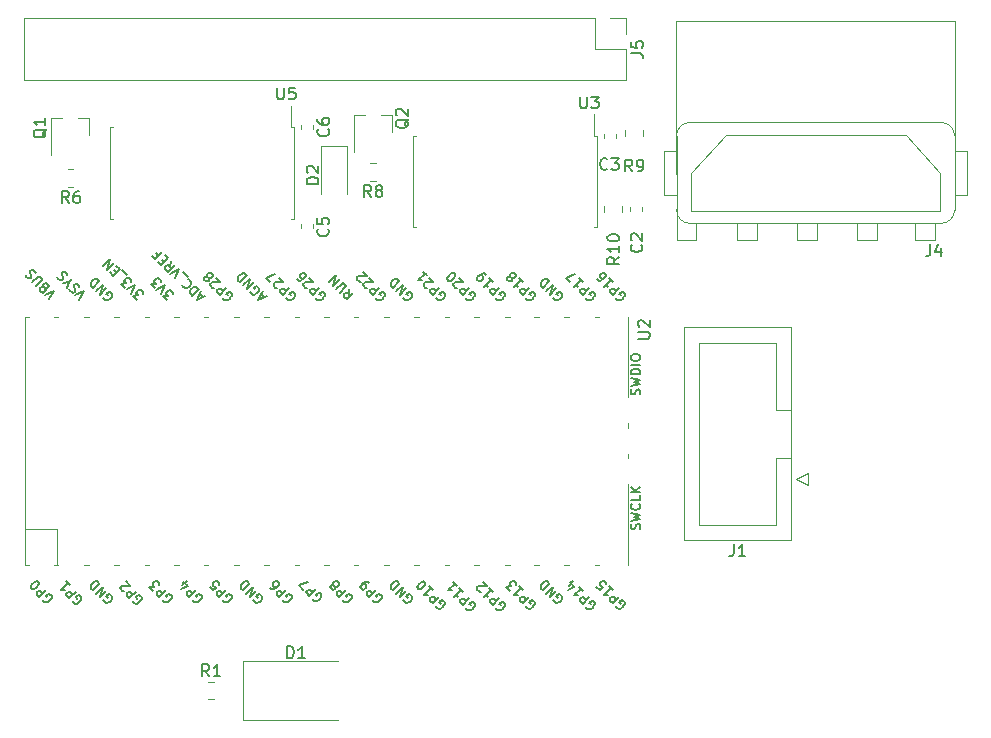
<source format=gbr>
%TF.GenerationSoftware,KiCad,Pcbnew,(6.0.1)*%
%TF.CreationDate,2022-03-24T11:58:16-04:00*%
%TF.ProjectId,FDC,4644432e-6b69-4636-9164-5f7063625858,rev?*%
%TF.SameCoordinates,Original*%
%TF.FileFunction,Legend,Top*%
%TF.FilePolarity,Positive*%
%FSLAX46Y46*%
G04 Gerber Fmt 4.6, Leading zero omitted, Abs format (unit mm)*
G04 Created by KiCad (PCBNEW (6.0.1)) date 2022-03-24 11:58:16*
%MOMM*%
%LPD*%
G01*
G04 APERTURE LIST*
%ADD10C,0.150000*%
%ADD11C,0.120000*%
G04 APERTURE END LIST*
D10*
%TO.C,U3*%
X159766095Y-65746380D02*
X159766095Y-66555904D01*
X159813714Y-66651142D01*
X159861333Y-66698761D01*
X159956571Y-66746380D01*
X160147047Y-66746380D01*
X160242285Y-66698761D01*
X160289904Y-66651142D01*
X160337523Y-66555904D01*
X160337523Y-65746380D01*
X160718476Y-65746380D02*
X161337523Y-65746380D01*
X161004190Y-66127333D01*
X161147047Y-66127333D01*
X161242285Y-66174952D01*
X161289904Y-66222571D01*
X161337523Y-66317809D01*
X161337523Y-66555904D01*
X161289904Y-66651142D01*
X161242285Y-66698761D01*
X161147047Y-66746380D01*
X160861333Y-66746380D01*
X160766095Y-66698761D01*
X160718476Y-66651142D01*
%TO.C,Q1*%
X114593619Y-68484738D02*
X114546000Y-68579976D01*
X114450761Y-68675214D01*
X114307904Y-68818071D01*
X114260285Y-68913309D01*
X114260285Y-69008547D01*
X114498380Y-68960928D02*
X114450761Y-69056166D01*
X114355523Y-69151404D01*
X114165047Y-69199023D01*
X113831714Y-69199023D01*
X113641238Y-69151404D01*
X113546000Y-69056166D01*
X113498380Y-68960928D01*
X113498380Y-68770452D01*
X113546000Y-68675214D01*
X113641238Y-68579976D01*
X113831714Y-68532357D01*
X114165047Y-68532357D01*
X114355523Y-68579976D01*
X114450761Y-68675214D01*
X114498380Y-68770452D01*
X114498380Y-68960928D01*
X114498380Y-67579976D02*
X114498380Y-68151404D01*
X114498380Y-67865690D02*
X113498380Y-67865690D01*
X113641238Y-67960928D01*
X113736476Y-68056166D01*
X113784095Y-68151404D01*
%TO.C,R6*%
X116482833Y-74746380D02*
X116149500Y-74270190D01*
X115911404Y-74746380D02*
X115911404Y-73746380D01*
X116292357Y-73746380D01*
X116387595Y-73794000D01*
X116435214Y-73841619D01*
X116482833Y-73936857D01*
X116482833Y-74079714D01*
X116435214Y-74174952D01*
X116387595Y-74222571D01*
X116292357Y-74270190D01*
X115911404Y-74270190D01*
X117339976Y-73746380D02*
X117149500Y-73746380D01*
X117054261Y-73794000D01*
X117006642Y-73841619D01*
X116911404Y-73984476D01*
X116863785Y-74174952D01*
X116863785Y-74555904D01*
X116911404Y-74651142D01*
X116959023Y-74698761D01*
X117054261Y-74746380D01*
X117244738Y-74746380D01*
X117339976Y-74698761D01*
X117387595Y-74651142D01*
X117435214Y-74555904D01*
X117435214Y-74317809D01*
X117387595Y-74222571D01*
X117339976Y-74174952D01*
X117244738Y-74127333D01*
X117054261Y-74127333D01*
X116959023Y-74174952D01*
X116911404Y-74222571D01*
X116863785Y-74317809D01*
%TO.C,R8*%
X142073333Y-74238380D02*
X141740000Y-73762190D01*
X141501904Y-74238380D02*
X141501904Y-73238380D01*
X141882857Y-73238380D01*
X141978095Y-73286000D01*
X142025714Y-73333619D01*
X142073333Y-73428857D01*
X142073333Y-73571714D01*
X142025714Y-73666952D01*
X141978095Y-73714571D01*
X141882857Y-73762190D01*
X141501904Y-73762190D01*
X142644761Y-73666952D02*
X142549523Y-73619333D01*
X142501904Y-73571714D01*
X142454285Y-73476476D01*
X142454285Y-73428857D01*
X142501904Y-73333619D01*
X142549523Y-73286000D01*
X142644761Y-73238380D01*
X142835238Y-73238380D01*
X142930476Y-73286000D01*
X142978095Y-73333619D01*
X143025714Y-73428857D01*
X143025714Y-73476476D01*
X142978095Y-73571714D01*
X142930476Y-73619333D01*
X142835238Y-73666952D01*
X142644761Y-73666952D01*
X142549523Y-73714571D01*
X142501904Y-73762190D01*
X142454285Y-73857428D01*
X142454285Y-74047904D01*
X142501904Y-74143142D01*
X142549523Y-74190761D01*
X142644761Y-74238380D01*
X142835238Y-74238380D01*
X142930476Y-74190761D01*
X142978095Y-74143142D01*
X143025714Y-74047904D01*
X143025714Y-73857428D01*
X142978095Y-73762190D01*
X142930476Y-73714571D01*
X142835238Y-73666952D01*
%TO.C,U5*%
X134112095Y-64984380D02*
X134112095Y-65793904D01*
X134159714Y-65889142D01*
X134207333Y-65936761D01*
X134302571Y-65984380D01*
X134493047Y-65984380D01*
X134588285Y-65936761D01*
X134635904Y-65889142D01*
X134683523Y-65793904D01*
X134683523Y-64984380D01*
X135635904Y-64984380D02*
X135159714Y-64984380D01*
X135112095Y-65460571D01*
X135159714Y-65412952D01*
X135254952Y-65365333D01*
X135493047Y-65365333D01*
X135588285Y-65412952D01*
X135635904Y-65460571D01*
X135683523Y-65555809D01*
X135683523Y-65793904D01*
X135635904Y-65889142D01*
X135588285Y-65936761D01*
X135493047Y-65984380D01*
X135254952Y-65984380D01*
X135159714Y-65936761D01*
X135112095Y-65889142D01*
%TO.C,Q2*%
X145264119Y-67659238D02*
X145216500Y-67754476D01*
X145121261Y-67849714D01*
X144978404Y-67992571D01*
X144930785Y-68087809D01*
X144930785Y-68183047D01*
X145168880Y-68135428D02*
X145121261Y-68230666D01*
X145026023Y-68325904D01*
X144835547Y-68373523D01*
X144502214Y-68373523D01*
X144311738Y-68325904D01*
X144216500Y-68230666D01*
X144168880Y-68135428D01*
X144168880Y-67944952D01*
X144216500Y-67849714D01*
X144311738Y-67754476D01*
X144502214Y-67706857D01*
X144835547Y-67706857D01*
X145026023Y-67754476D01*
X145121261Y-67849714D01*
X145168880Y-67944952D01*
X145168880Y-68135428D01*
X144264119Y-67325904D02*
X144216500Y-67278285D01*
X144168880Y-67183047D01*
X144168880Y-66944952D01*
X144216500Y-66849714D01*
X144264119Y-66802095D01*
X144359357Y-66754476D01*
X144454595Y-66754476D01*
X144597452Y-66802095D01*
X145168880Y-67373523D01*
X145168880Y-66754476D01*
%TO.C,R9*%
X164171333Y-72080380D02*
X163838000Y-71604190D01*
X163599904Y-72080380D02*
X163599904Y-71080380D01*
X163980857Y-71080380D01*
X164076095Y-71128000D01*
X164123714Y-71175619D01*
X164171333Y-71270857D01*
X164171333Y-71413714D01*
X164123714Y-71508952D01*
X164076095Y-71556571D01*
X163980857Y-71604190D01*
X163599904Y-71604190D01*
X164647523Y-72080380D02*
X164838000Y-72080380D01*
X164933238Y-72032761D01*
X164980857Y-71985142D01*
X165076095Y-71842285D01*
X165123714Y-71651809D01*
X165123714Y-71270857D01*
X165076095Y-71175619D01*
X165028476Y-71128000D01*
X164933238Y-71080380D01*
X164742761Y-71080380D01*
X164647523Y-71128000D01*
X164599904Y-71175619D01*
X164552285Y-71270857D01*
X164552285Y-71508952D01*
X164599904Y-71604190D01*
X164647523Y-71651809D01*
X164742761Y-71699428D01*
X164933238Y-71699428D01*
X165028476Y-71651809D01*
X165076095Y-71604190D01*
X165123714Y-71508952D01*
%TO.C,R10*%
X163075880Y-79319357D02*
X162599690Y-79652690D01*
X163075880Y-79890785D02*
X162075880Y-79890785D01*
X162075880Y-79509833D01*
X162123500Y-79414595D01*
X162171119Y-79366976D01*
X162266357Y-79319357D01*
X162409214Y-79319357D01*
X162504452Y-79366976D01*
X162552071Y-79414595D01*
X162599690Y-79509833D01*
X162599690Y-79890785D01*
X163075880Y-78366976D02*
X163075880Y-78938404D01*
X163075880Y-78652690D02*
X162075880Y-78652690D01*
X162218738Y-78747928D01*
X162313976Y-78843166D01*
X162361595Y-78938404D01*
X162075880Y-77747928D02*
X162075880Y-77652690D01*
X162123500Y-77557452D01*
X162171119Y-77509833D01*
X162266357Y-77462214D01*
X162456833Y-77414595D01*
X162694928Y-77414595D01*
X162885404Y-77462214D01*
X162980642Y-77509833D01*
X163028261Y-77557452D01*
X163075880Y-77652690D01*
X163075880Y-77747928D01*
X163028261Y-77843166D01*
X162980642Y-77890785D01*
X162885404Y-77938404D01*
X162694928Y-77986023D01*
X162456833Y-77986023D01*
X162266357Y-77938404D01*
X162171119Y-77890785D01*
X162123500Y-77843166D01*
X162075880Y-77747928D01*
%TO.C,C2*%
X164949142Y-78271666D02*
X164996761Y-78319285D01*
X165044380Y-78462142D01*
X165044380Y-78557380D01*
X164996761Y-78700238D01*
X164901523Y-78795476D01*
X164806285Y-78843095D01*
X164615809Y-78890714D01*
X164472952Y-78890714D01*
X164282476Y-78843095D01*
X164187238Y-78795476D01*
X164092000Y-78700238D01*
X164044380Y-78557380D01*
X164044380Y-78462142D01*
X164092000Y-78319285D01*
X164139619Y-78271666D01*
X164139619Y-77890714D02*
X164092000Y-77843095D01*
X164044380Y-77747857D01*
X164044380Y-77509761D01*
X164092000Y-77414523D01*
X164139619Y-77366904D01*
X164234857Y-77319285D01*
X164330095Y-77319285D01*
X164472952Y-77366904D01*
X165044380Y-77938333D01*
X165044380Y-77319285D01*
%TO.C,C3*%
X162075833Y-71858142D02*
X162028214Y-71905761D01*
X161885357Y-71953380D01*
X161790119Y-71953380D01*
X161647261Y-71905761D01*
X161552023Y-71810523D01*
X161504404Y-71715285D01*
X161456785Y-71524809D01*
X161456785Y-71381952D01*
X161504404Y-71191476D01*
X161552023Y-71096238D01*
X161647261Y-71001000D01*
X161790119Y-70953380D01*
X161885357Y-70953380D01*
X162028214Y-71001000D01*
X162075833Y-71048619D01*
X162409166Y-70953380D02*
X163028214Y-70953380D01*
X162694880Y-71334333D01*
X162837738Y-71334333D01*
X162932976Y-71381952D01*
X162980595Y-71429571D01*
X163028214Y-71524809D01*
X163028214Y-71762904D01*
X162980595Y-71858142D01*
X162932976Y-71905761D01*
X162837738Y-71953380D01*
X162552023Y-71953380D01*
X162456785Y-71905761D01*
X162409166Y-71858142D01*
%TO.C,C5*%
X138406142Y-76938166D02*
X138453761Y-76985785D01*
X138501380Y-77128642D01*
X138501380Y-77223880D01*
X138453761Y-77366738D01*
X138358523Y-77461976D01*
X138263285Y-77509595D01*
X138072809Y-77557214D01*
X137929952Y-77557214D01*
X137739476Y-77509595D01*
X137644238Y-77461976D01*
X137549000Y-77366738D01*
X137501380Y-77223880D01*
X137501380Y-77128642D01*
X137549000Y-76985785D01*
X137596619Y-76938166D01*
X137501380Y-76033404D02*
X137501380Y-76509595D01*
X137977571Y-76557214D01*
X137929952Y-76509595D01*
X137882333Y-76414357D01*
X137882333Y-76176261D01*
X137929952Y-76081023D01*
X137977571Y-76033404D01*
X138072809Y-75985785D01*
X138310904Y-75985785D01*
X138406142Y-76033404D01*
X138453761Y-76081023D01*
X138501380Y-76176261D01*
X138501380Y-76414357D01*
X138453761Y-76509595D01*
X138406142Y-76557214D01*
%TO.C,C6*%
X138439142Y-68492666D02*
X138486761Y-68540285D01*
X138534380Y-68683142D01*
X138534380Y-68778380D01*
X138486761Y-68921238D01*
X138391523Y-69016476D01*
X138296285Y-69064095D01*
X138105809Y-69111714D01*
X137962952Y-69111714D01*
X137772476Y-69064095D01*
X137677238Y-69016476D01*
X137582000Y-68921238D01*
X137534380Y-68778380D01*
X137534380Y-68683142D01*
X137582000Y-68540285D01*
X137629619Y-68492666D01*
X137534380Y-67635523D02*
X137534380Y-67826000D01*
X137582000Y-67921238D01*
X137629619Y-67968857D01*
X137772476Y-68064095D01*
X137962952Y-68111714D01*
X138343904Y-68111714D01*
X138439142Y-68064095D01*
X138486761Y-68016476D01*
X138534380Y-67921238D01*
X138534380Y-67730761D01*
X138486761Y-67635523D01*
X138439142Y-67587904D01*
X138343904Y-67540285D01*
X138105809Y-67540285D01*
X138010571Y-67587904D01*
X137962952Y-67635523D01*
X137915333Y-67730761D01*
X137915333Y-67921238D01*
X137962952Y-68016476D01*
X138010571Y-68064095D01*
X138105809Y-68111714D01*
%TO.C,D2*%
X137612380Y-73128095D02*
X136612380Y-73128095D01*
X136612380Y-72890000D01*
X136660000Y-72747142D01*
X136755238Y-72651904D01*
X136850476Y-72604285D01*
X137040952Y-72556666D01*
X137183809Y-72556666D01*
X137374285Y-72604285D01*
X137469523Y-72651904D01*
X137564761Y-72747142D01*
X137612380Y-72890000D01*
X137612380Y-73128095D01*
X136707619Y-72175714D02*
X136660000Y-72128095D01*
X136612380Y-72032857D01*
X136612380Y-71794761D01*
X136660000Y-71699523D01*
X136707619Y-71651904D01*
X136802857Y-71604285D01*
X136898095Y-71604285D01*
X137040952Y-71651904D01*
X137612380Y-72223333D01*
X137612380Y-71604285D01*
%TO.C,J5*%
X164088380Y-62055333D02*
X164802666Y-62055333D01*
X164945523Y-62102952D01*
X165040761Y-62198190D01*
X165088380Y-62341047D01*
X165088380Y-62436285D01*
X164088380Y-61102952D02*
X164088380Y-61579142D01*
X164564571Y-61626761D01*
X164516952Y-61579142D01*
X164469333Y-61483904D01*
X164469333Y-61245809D01*
X164516952Y-61150571D01*
X164564571Y-61102952D01*
X164659809Y-61055333D01*
X164897904Y-61055333D01*
X164993142Y-61102952D01*
X165040761Y-61150571D01*
X165088380Y-61245809D01*
X165088380Y-61483904D01*
X165040761Y-61579142D01*
X164993142Y-61626761D01*
%TO.C,J1*%
X172767666Y-103659880D02*
X172767666Y-104374166D01*
X172720047Y-104517023D01*
X172624809Y-104612261D01*
X172481952Y-104659880D01*
X172386714Y-104659880D01*
X173767666Y-104659880D02*
X173196238Y-104659880D01*
X173481952Y-104659880D02*
X173481952Y-103659880D01*
X173386714Y-103802738D01*
X173291476Y-103897976D01*
X173196238Y-103945595D01*
%TO.C,J4*%
X189404666Y-78255880D02*
X189404666Y-78970166D01*
X189357047Y-79113023D01*
X189261809Y-79208261D01*
X189118952Y-79255880D01*
X189023714Y-79255880D01*
X190309428Y-78589214D02*
X190309428Y-79255880D01*
X190071333Y-78208261D02*
X189833238Y-78922547D01*
X190452285Y-78922547D01*
%TO.C,U2*%
X164679380Y-86232904D02*
X165488904Y-86232904D01*
X165584142Y-86185285D01*
X165631761Y-86137666D01*
X165679380Y-86042428D01*
X165679380Y-85851952D01*
X165631761Y-85756714D01*
X165584142Y-85709095D01*
X165488904Y-85661476D01*
X164679380Y-85661476D01*
X164774619Y-85232904D02*
X164727000Y-85185285D01*
X164679380Y-85090047D01*
X164679380Y-84851952D01*
X164727000Y-84756714D01*
X164774619Y-84709095D01*
X164869857Y-84661476D01*
X164965095Y-84661476D01*
X165107952Y-84709095D01*
X165679380Y-85280523D01*
X165679380Y-84661476D01*
X144801155Y-82782841D02*
X144828093Y-82863653D01*
X144908905Y-82944465D01*
X145016654Y-82998340D01*
X145124404Y-82998340D01*
X145205216Y-82971402D01*
X145339903Y-82890590D01*
X145420715Y-82809778D01*
X145501528Y-82675091D01*
X145528465Y-82594279D01*
X145528465Y-82486529D01*
X145474590Y-82378780D01*
X145420715Y-82324905D01*
X145312966Y-82271030D01*
X145259091Y-82271030D01*
X145070529Y-82459592D01*
X145178279Y-82567341D01*
X145070529Y-81974719D02*
X144504844Y-82540404D01*
X144747280Y-81651470D01*
X144181595Y-82217155D01*
X144477906Y-81382096D02*
X143912221Y-81947781D01*
X143777534Y-81813094D01*
X143723659Y-81705345D01*
X143723659Y-81597595D01*
X143750597Y-81516783D01*
X143831409Y-81382096D01*
X143912221Y-81301284D01*
X144046908Y-81220471D01*
X144127720Y-81193534D01*
X144235470Y-81193534D01*
X144343219Y-81247409D01*
X144477906Y-81382096D01*
X114830309Y-82915870D02*
X115207433Y-82161622D01*
X114453186Y-82538746D01*
X114345436Y-81892248D02*
X114291561Y-81784499D01*
X114291561Y-81730624D01*
X114318499Y-81649812D01*
X114399311Y-81569000D01*
X114480123Y-81542062D01*
X114533998Y-81542062D01*
X114614810Y-81569000D01*
X114830309Y-81784499D01*
X114264624Y-82350184D01*
X114076062Y-82161622D01*
X114049125Y-82080810D01*
X114049125Y-82026935D01*
X114076062Y-81946123D01*
X114129937Y-81892248D01*
X114210749Y-81865311D01*
X114264624Y-81865311D01*
X114345436Y-81892248D01*
X114533998Y-82080810D01*
X113698938Y-81784499D02*
X114156874Y-81326563D01*
X114183812Y-81245751D01*
X114183812Y-81191876D01*
X114156874Y-81111064D01*
X114049125Y-81003314D01*
X113968312Y-80976377D01*
X113914438Y-80976377D01*
X113833625Y-81003314D01*
X113375690Y-81461250D01*
X113672001Y-80680065D02*
X113618126Y-80572316D01*
X113483439Y-80437629D01*
X113402627Y-80410691D01*
X113348752Y-80410691D01*
X113267940Y-80437629D01*
X113214065Y-80491503D01*
X113187128Y-80572316D01*
X113187128Y-80626190D01*
X113214065Y-80707003D01*
X113294877Y-80841690D01*
X113321815Y-80922502D01*
X113321815Y-80976377D01*
X113294877Y-81057189D01*
X113241003Y-81111064D01*
X113160190Y-81138001D01*
X113106316Y-81138001D01*
X113025503Y-81111064D01*
X112890816Y-80976377D01*
X112836942Y-80868627D01*
X162823592Y-108879277D02*
X162850529Y-108960089D01*
X162931341Y-109040902D01*
X163039091Y-109094776D01*
X163146841Y-109094776D01*
X163227653Y-109067839D01*
X163362340Y-108987027D01*
X163443152Y-108906215D01*
X163523964Y-108771528D01*
X163550902Y-108690715D01*
X163550902Y-108582966D01*
X163497027Y-108475216D01*
X163443152Y-108421341D01*
X163335402Y-108367467D01*
X163281528Y-108367467D01*
X163092966Y-108556028D01*
X163200715Y-108663778D01*
X163092966Y-108071155D02*
X162527280Y-108636841D01*
X162311781Y-108421341D01*
X162284844Y-108340529D01*
X162284844Y-108286654D01*
X162311781Y-108205842D01*
X162392593Y-108125030D01*
X162473406Y-108098093D01*
X162527280Y-108098093D01*
X162608093Y-108125030D01*
X162823592Y-108340529D01*
X162230969Y-107209158D02*
X162554218Y-107532407D01*
X162392593Y-107370783D02*
X161826908Y-107936468D01*
X161961595Y-107909531D01*
X162069345Y-107909531D01*
X162150157Y-107936468D01*
X161153473Y-107263033D02*
X161422847Y-107532407D01*
X161719158Y-107289971D01*
X161665284Y-107289971D01*
X161584471Y-107263033D01*
X161449784Y-107128346D01*
X161422847Y-107047534D01*
X161422847Y-106993659D01*
X161449784Y-106912847D01*
X161584471Y-106778160D01*
X161665284Y-106751223D01*
X161719158Y-106751223D01*
X161799971Y-106778160D01*
X161934658Y-106912847D01*
X161961595Y-106993659D01*
X161961595Y-107047534D01*
X164826809Y-90964238D02*
X164864904Y-90849952D01*
X164864904Y-90659476D01*
X164826809Y-90583285D01*
X164788714Y-90545190D01*
X164712523Y-90507095D01*
X164636333Y-90507095D01*
X164560142Y-90545190D01*
X164522047Y-90583285D01*
X164483952Y-90659476D01*
X164445857Y-90811857D01*
X164407761Y-90888047D01*
X164369666Y-90926142D01*
X164293476Y-90964238D01*
X164217285Y-90964238D01*
X164141095Y-90926142D01*
X164103000Y-90888047D01*
X164064904Y-90811857D01*
X164064904Y-90621380D01*
X164103000Y-90507095D01*
X164064904Y-90240428D02*
X164864904Y-90049952D01*
X164293476Y-89897571D01*
X164864904Y-89745190D01*
X164064904Y-89554714D01*
X164864904Y-89249952D02*
X164064904Y-89249952D01*
X164064904Y-89059476D01*
X164103000Y-88945190D01*
X164179190Y-88869000D01*
X164255380Y-88830904D01*
X164407761Y-88792809D01*
X164522047Y-88792809D01*
X164674428Y-88830904D01*
X164750619Y-88869000D01*
X164826809Y-88945190D01*
X164864904Y-89059476D01*
X164864904Y-89249952D01*
X164864904Y-88449952D02*
X164064904Y-88449952D01*
X164064904Y-87916619D02*
X164064904Y-87764238D01*
X164103000Y-87688047D01*
X164179190Y-87611857D01*
X164331571Y-87573761D01*
X164598238Y-87573761D01*
X164750619Y-87611857D01*
X164826809Y-87688047D01*
X164864904Y-87764238D01*
X164864904Y-87916619D01*
X164826809Y-87992809D01*
X164750619Y-88069000D01*
X164598238Y-88107095D01*
X164331571Y-88107095D01*
X164179190Y-88069000D01*
X164103000Y-87992809D01*
X164064904Y-87916619D01*
X134614218Y-108355903D02*
X134641155Y-108436715D01*
X134721967Y-108517528D01*
X134829717Y-108571402D01*
X134937467Y-108571402D01*
X135018279Y-108544465D01*
X135152966Y-108463653D01*
X135233778Y-108382841D01*
X135314590Y-108248154D01*
X135341528Y-108167341D01*
X135341528Y-108059592D01*
X135287653Y-107951842D01*
X135233778Y-107897967D01*
X135126028Y-107844093D01*
X135072154Y-107844093D01*
X134883592Y-108032654D01*
X134991341Y-108140404D01*
X134883592Y-107547781D02*
X134317906Y-108113467D01*
X134102407Y-107897967D01*
X134075470Y-107817155D01*
X134075470Y-107763280D01*
X134102407Y-107682468D01*
X134183219Y-107601656D01*
X134264032Y-107574719D01*
X134317906Y-107574719D01*
X134398719Y-107601656D01*
X134614218Y-107817155D01*
X133509784Y-107305345D02*
X133617534Y-107413094D01*
X133698346Y-107440032D01*
X133752221Y-107440032D01*
X133886908Y-107413094D01*
X134021595Y-107332282D01*
X134237094Y-107116783D01*
X134264032Y-107035971D01*
X134264032Y-106982096D01*
X134237094Y-106901284D01*
X134129345Y-106793534D01*
X134048532Y-106766597D01*
X133994658Y-106766597D01*
X133913845Y-106793534D01*
X133779158Y-106928221D01*
X133752221Y-107009033D01*
X133752221Y-107062908D01*
X133779158Y-107143720D01*
X133886908Y-107251470D01*
X133967720Y-107278407D01*
X134021595Y-107278407D01*
X134102407Y-107251470D01*
X129549592Y-82771277D02*
X129576529Y-82852089D01*
X129657341Y-82932902D01*
X129765091Y-82986776D01*
X129872841Y-82986776D01*
X129953653Y-82959839D01*
X130088340Y-82879027D01*
X130169152Y-82798215D01*
X130249964Y-82663528D01*
X130276902Y-82582715D01*
X130276902Y-82474966D01*
X130223027Y-82367216D01*
X130169152Y-82313341D01*
X130061402Y-82259467D01*
X130007528Y-82259467D01*
X129818966Y-82448028D01*
X129926715Y-82555778D01*
X129818966Y-81963155D02*
X129253280Y-82528841D01*
X129037781Y-82313341D01*
X129010844Y-82232529D01*
X129010844Y-82178654D01*
X129037781Y-82097842D01*
X129118593Y-82017030D01*
X129199406Y-81990093D01*
X129253280Y-81990093D01*
X129334093Y-82017030D01*
X129549592Y-82232529D01*
X128768407Y-81936218D02*
X128714532Y-81936218D01*
X128633720Y-81909280D01*
X128499033Y-81774593D01*
X128472096Y-81693781D01*
X128472096Y-81639906D01*
X128499033Y-81559094D01*
X128552908Y-81505219D01*
X128660658Y-81451345D01*
X129307155Y-81451345D01*
X128956969Y-81101158D01*
X128310471Y-81101158D02*
X128337409Y-81181971D01*
X128337409Y-81235845D01*
X128310471Y-81316658D01*
X128283534Y-81343595D01*
X128202722Y-81370532D01*
X128148847Y-81370532D01*
X128068035Y-81343595D01*
X127960285Y-81235845D01*
X127933348Y-81155033D01*
X127933348Y-81101158D01*
X127960285Y-81020346D01*
X127987223Y-80993409D01*
X128068035Y-80966471D01*
X128121910Y-80966471D01*
X128202722Y-80993409D01*
X128310471Y-81101158D01*
X128391284Y-81128096D01*
X128445158Y-81128096D01*
X128525971Y-81101158D01*
X128633720Y-80993409D01*
X128660658Y-80912597D01*
X128660658Y-80858722D01*
X128633720Y-80777910D01*
X128525971Y-80670160D01*
X128445158Y-80643223D01*
X128391284Y-80643223D01*
X128310471Y-80670160D01*
X128202722Y-80777910D01*
X128175784Y-80858722D01*
X128175784Y-80912597D01*
X128202722Y-80993409D01*
X164826809Y-102378523D02*
X164864904Y-102264238D01*
X164864904Y-102073761D01*
X164826809Y-101997571D01*
X164788714Y-101959476D01*
X164712523Y-101921380D01*
X164636333Y-101921380D01*
X164560142Y-101959476D01*
X164522047Y-101997571D01*
X164483952Y-102073761D01*
X164445857Y-102226142D01*
X164407761Y-102302333D01*
X164369666Y-102340428D01*
X164293476Y-102378523D01*
X164217285Y-102378523D01*
X164141095Y-102340428D01*
X164103000Y-102302333D01*
X164064904Y-102226142D01*
X164064904Y-102035666D01*
X164103000Y-101921380D01*
X164064904Y-101654714D02*
X164864904Y-101464238D01*
X164293476Y-101311857D01*
X164864904Y-101159476D01*
X164064904Y-100969000D01*
X164788714Y-100207095D02*
X164826809Y-100245190D01*
X164864904Y-100359476D01*
X164864904Y-100435666D01*
X164826809Y-100549952D01*
X164750619Y-100626142D01*
X164674428Y-100664238D01*
X164522047Y-100702333D01*
X164407761Y-100702333D01*
X164255380Y-100664238D01*
X164179190Y-100626142D01*
X164103000Y-100549952D01*
X164064904Y-100435666D01*
X164064904Y-100359476D01*
X164103000Y-100245190D01*
X164141095Y-100207095D01*
X164864904Y-99483285D02*
X164864904Y-99864238D01*
X164064904Y-99864238D01*
X164864904Y-99216619D02*
X164064904Y-99216619D01*
X164864904Y-98759476D02*
X164407761Y-99102333D01*
X164064904Y-98759476D02*
X164522047Y-99216619D01*
X122261308Y-82946868D02*
X121911122Y-82596682D01*
X122315183Y-82569744D01*
X122234370Y-82488932D01*
X122207433Y-82408120D01*
X122207433Y-82354245D01*
X122234370Y-82273433D01*
X122369057Y-82138746D01*
X122449870Y-82111809D01*
X122503744Y-82111809D01*
X122584557Y-82138746D01*
X122746181Y-82300370D01*
X122773118Y-82381183D01*
X122773118Y-82435057D01*
X121749497Y-82435057D02*
X122126621Y-81680810D01*
X121372374Y-82057934D01*
X121237687Y-81923247D02*
X120887500Y-81573061D01*
X121291561Y-81546123D01*
X121210749Y-81465311D01*
X121183812Y-81384499D01*
X121183812Y-81330624D01*
X121210749Y-81249812D01*
X121345436Y-81115125D01*
X121426248Y-81088187D01*
X121480123Y-81088187D01*
X121560935Y-81115125D01*
X121722560Y-81276749D01*
X121749497Y-81357561D01*
X121749497Y-81411436D01*
X121399311Y-80845751D02*
X120968312Y-80414752D01*
X120483439Y-80630251D02*
X120294877Y-80441690D01*
X120510377Y-80064566D02*
X120779751Y-80333940D01*
X120214065Y-80899625D01*
X119944691Y-80630251D01*
X120267940Y-79822129D02*
X119702255Y-80387815D01*
X119944691Y-79498881D01*
X119379006Y-80064566D01*
X147583592Y-108879277D02*
X147610529Y-108960089D01*
X147691341Y-109040902D01*
X147799091Y-109094776D01*
X147906841Y-109094776D01*
X147987653Y-109067839D01*
X148122340Y-108987027D01*
X148203152Y-108906215D01*
X148283964Y-108771528D01*
X148310902Y-108690715D01*
X148310902Y-108582966D01*
X148257027Y-108475216D01*
X148203152Y-108421341D01*
X148095402Y-108367467D01*
X148041528Y-108367467D01*
X147852966Y-108556028D01*
X147960715Y-108663778D01*
X147852966Y-108071155D02*
X147287280Y-108636841D01*
X147071781Y-108421341D01*
X147044844Y-108340529D01*
X147044844Y-108286654D01*
X147071781Y-108205842D01*
X147152593Y-108125030D01*
X147233406Y-108098093D01*
X147287280Y-108098093D01*
X147368093Y-108125030D01*
X147583592Y-108340529D01*
X146990969Y-107209158D02*
X147314218Y-107532407D01*
X147152593Y-107370783D02*
X146586908Y-107936468D01*
X146721595Y-107909531D01*
X146829345Y-107909531D01*
X146910157Y-107936468D01*
X146075097Y-107424658D02*
X146021223Y-107370783D01*
X145994285Y-107289971D01*
X145994285Y-107236096D01*
X146021223Y-107155284D01*
X146102035Y-107020597D01*
X146236722Y-106885910D01*
X146371409Y-106805097D01*
X146452221Y-106778160D01*
X146506096Y-106778160D01*
X146586908Y-106805097D01*
X146640783Y-106858972D01*
X146667720Y-106939784D01*
X146667720Y-106993659D01*
X146640783Y-107074471D01*
X146559971Y-107209158D01*
X146425284Y-107343845D01*
X146290597Y-107424658D01*
X146209784Y-107451595D01*
X146155910Y-107451595D01*
X146075097Y-107424658D01*
X140246435Y-82030624D02*
X140165622Y-82488560D01*
X140569683Y-82353873D02*
X140003998Y-82919558D01*
X139788499Y-82704059D01*
X139761561Y-82623247D01*
X139761561Y-82569372D01*
X139788499Y-82488560D01*
X139869311Y-82407748D01*
X139950123Y-82380810D01*
X140003998Y-82380810D01*
X140084810Y-82407748D01*
X140300309Y-82623247D01*
X139438312Y-82353873D02*
X139896248Y-81895937D01*
X139923186Y-81815125D01*
X139923186Y-81761250D01*
X139896248Y-81680438D01*
X139788499Y-81572688D01*
X139707687Y-81545751D01*
X139653812Y-81545751D01*
X139573000Y-81572688D01*
X139115064Y-82030624D01*
X139411375Y-81195564D02*
X138845690Y-81761250D01*
X139088126Y-80872316D01*
X138522441Y-81438001D01*
X137423592Y-82771277D02*
X137450529Y-82852089D01*
X137531341Y-82932902D01*
X137639091Y-82986776D01*
X137746841Y-82986776D01*
X137827653Y-82959839D01*
X137962340Y-82879027D01*
X138043152Y-82798215D01*
X138123964Y-82663528D01*
X138150902Y-82582715D01*
X138150902Y-82474966D01*
X138097027Y-82367216D01*
X138043152Y-82313341D01*
X137935402Y-82259467D01*
X137881528Y-82259467D01*
X137692966Y-82448028D01*
X137800715Y-82555778D01*
X137692966Y-81963155D02*
X137127280Y-82528841D01*
X136911781Y-82313341D01*
X136884844Y-82232529D01*
X136884844Y-82178654D01*
X136911781Y-82097842D01*
X136992593Y-82017030D01*
X137073406Y-81990093D01*
X137127280Y-81990093D01*
X137208093Y-82017030D01*
X137423592Y-82232529D01*
X136642407Y-81936218D02*
X136588532Y-81936218D01*
X136507720Y-81909280D01*
X136373033Y-81774593D01*
X136346096Y-81693781D01*
X136346096Y-81639906D01*
X136373033Y-81559094D01*
X136426908Y-81505219D01*
X136534658Y-81451345D01*
X137181155Y-81451345D01*
X136830969Y-81101158D01*
X135780410Y-81181971D02*
X135888160Y-81289720D01*
X135968972Y-81316658D01*
X136022847Y-81316658D01*
X136157534Y-81289720D01*
X136292221Y-81208908D01*
X136507720Y-80993409D01*
X136534658Y-80912597D01*
X136534658Y-80858722D01*
X136507720Y-80777910D01*
X136399971Y-80670160D01*
X136319158Y-80643223D01*
X136265284Y-80643223D01*
X136184471Y-80670160D01*
X136049784Y-80804847D01*
X136022847Y-80885659D01*
X136022847Y-80939534D01*
X136049784Y-81020346D01*
X136157534Y-81128096D01*
X136238346Y-81155033D01*
X136292221Y-81155033D01*
X136373033Y-81128096D01*
X119401155Y-82782841D02*
X119428093Y-82863653D01*
X119508905Y-82944465D01*
X119616654Y-82998340D01*
X119724404Y-82998340D01*
X119805216Y-82971402D01*
X119939903Y-82890590D01*
X120020715Y-82809778D01*
X120101528Y-82675091D01*
X120128465Y-82594279D01*
X120128465Y-82486529D01*
X120074590Y-82378780D01*
X120020715Y-82324905D01*
X119912966Y-82271030D01*
X119859091Y-82271030D01*
X119670529Y-82459592D01*
X119778279Y-82567341D01*
X119670529Y-81974719D02*
X119104844Y-82540404D01*
X119347280Y-81651470D01*
X118781595Y-82217155D01*
X119077906Y-81382096D02*
X118512221Y-81947781D01*
X118377534Y-81813094D01*
X118323659Y-81705345D01*
X118323659Y-81597595D01*
X118350597Y-81516783D01*
X118431409Y-81382096D01*
X118512221Y-81301284D01*
X118646908Y-81220471D01*
X118727720Y-81193534D01*
X118835470Y-81193534D01*
X118943219Y-81247409D01*
X119077906Y-81382096D01*
X150123592Y-109025277D02*
X150150529Y-109106089D01*
X150231341Y-109186902D01*
X150339091Y-109240776D01*
X150446841Y-109240776D01*
X150527653Y-109213839D01*
X150662340Y-109133027D01*
X150743152Y-109052215D01*
X150823964Y-108917528D01*
X150850902Y-108836715D01*
X150850902Y-108728966D01*
X150797027Y-108621216D01*
X150743152Y-108567341D01*
X150635402Y-108513467D01*
X150581528Y-108513467D01*
X150392966Y-108702028D01*
X150500715Y-108809778D01*
X150392966Y-108217155D02*
X149827280Y-108782841D01*
X149611781Y-108567341D01*
X149584844Y-108486529D01*
X149584844Y-108432654D01*
X149611781Y-108351842D01*
X149692593Y-108271030D01*
X149773406Y-108244093D01*
X149827280Y-108244093D01*
X149908093Y-108271030D01*
X150123592Y-108486529D01*
X149530969Y-107355158D02*
X149854218Y-107678407D01*
X149692593Y-107516783D02*
X149126908Y-108082468D01*
X149261595Y-108055531D01*
X149369345Y-108055531D01*
X149450157Y-108082468D01*
X148992221Y-106816410D02*
X149315470Y-107139659D01*
X149153845Y-106978035D02*
X148588160Y-107543720D01*
X148722847Y-107516783D01*
X148830597Y-107516783D01*
X148911409Y-107543720D01*
X144801155Y-108382841D02*
X144828093Y-108463653D01*
X144908905Y-108544465D01*
X145016654Y-108598340D01*
X145124404Y-108598340D01*
X145205216Y-108571402D01*
X145339903Y-108490590D01*
X145420715Y-108409778D01*
X145501528Y-108275091D01*
X145528465Y-108194279D01*
X145528465Y-108086529D01*
X145474590Y-107978780D01*
X145420715Y-107924905D01*
X145312966Y-107871030D01*
X145259091Y-107871030D01*
X145070529Y-108059592D01*
X145178279Y-108167341D01*
X145070529Y-107574719D02*
X144504844Y-108140404D01*
X144747280Y-107251470D01*
X144181595Y-107817155D01*
X144477906Y-106982096D02*
X143912221Y-107547781D01*
X143777534Y-107413094D01*
X143723659Y-107305345D01*
X143723659Y-107197595D01*
X143750597Y-107116783D01*
X143831409Y-106982096D01*
X143912221Y-106901284D01*
X144046908Y-106820471D01*
X144127720Y-106793534D01*
X144235470Y-106793534D01*
X144343219Y-106847409D01*
X144477906Y-106982096D01*
X134893592Y-82771277D02*
X134920529Y-82852089D01*
X135001341Y-82932902D01*
X135109091Y-82986776D01*
X135216841Y-82986776D01*
X135297653Y-82959839D01*
X135432340Y-82879027D01*
X135513152Y-82798215D01*
X135593964Y-82663528D01*
X135620902Y-82582715D01*
X135620902Y-82474966D01*
X135567027Y-82367216D01*
X135513152Y-82313341D01*
X135405402Y-82259467D01*
X135351528Y-82259467D01*
X135162966Y-82448028D01*
X135270715Y-82555778D01*
X135162966Y-81963155D02*
X134597280Y-82528841D01*
X134381781Y-82313341D01*
X134354844Y-82232529D01*
X134354844Y-82178654D01*
X134381781Y-82097842D01*
X134462593Y-82017030D01*
X134543406Y-81990093D01*
X134597280Y-81990093D01*
X134678093Y-82017030D01*
X134893592Y-82232529D01*
X134112407Y-81936218D02*
X134058532Y-81936218D01*
X133977720Y-81909280D01*
X133843033Y-81774593D01*
X133816096Y-81693781D01*
X133816096Y-81639906D01*
X133843033Y-81559094D01*
X133896908Y-81505219D01*
X134004658Y-81451345D01*
X134651155Y-81451345D01*
X134300969Y-81101158D01*
X133546722Y-81478282D02*
X133169598Y-81101158D01*
X133977720Y-80777910D01*
X152663592Y-82771277D02*
X152690529Y-82852089D01*
X152771341Y-82932902D01*
X152879091Y-82986776D01*
X152986841Y-82986776D01*
X153067653Y-82959839D01*
X153202340Y-82879027D01*
X153283152Y-82798215D01*
X153363964Y-82663528D01*
X153390902Y-82582715D01*
X153390902Y-82474966D01*
X153337027Y-82367216D01*
X153283152Y-82313341D01*
X153175402Y-82259467D01*
X153121528Y-82259467D01*
X152932966Y-82448028D01*
X153040715Y-82555778D01*
X152932966Y-81963155D02*
X152367280Y-82528841D01*
X152151781Y-82313341D01*
X152124844Y-82232529D01*
X152124844Y-82178654D01*
X152151781Y-82097842D01*
X152232593Y-82017030D01*
X152313406Y-81990093D01*
X152367280Y-81990093D01*
X152448093Y-82017030D01*
X152663592Y-82232529D01*
X152070969Y-81101158D02*
X152394218Y-81424407D01*
X152232593Y-81262783D02*
X151666908Y-81828468D01*
X151801595Y-81801531D01*
X151909345Y-81801531D01*
X151990157Y-81828468D01*
X151801595Y-80831784D02*
X151693845Y-80724035D01*
X151613033Y-80697097D01*
X151559158Y-80697097D01*
X151424471Y-80724035D01*
X151289784Y-80804847D01*
X151074285Y-81020346D01*
X151047348Y-81101158D01*
X151047348Y-81155033D01*
X151074285Y-81235845D01*
X151182035Y-81343595D01*
X151262847Y-81370532D01*
X151316722Y-81370532D01*
X151397534Y-81343595D01*
X151532221Y-81208908D01*
X151559158Y-81128096D01*
X151559158Y-81074221D01*
X151532221Y-80993409D01*
X151424471Y-80885659D01*
X151343659Y-80858722D01*
X151289784Y-80858722D01*
X151208972Y-80885659D01*
X157501155Y-108382841D02*
X157528093Y-108463653D01*
X157608905Y-108544465D01*
X157716654Y-108598340D01*
X157824404Y-108598340D01*
X157905216Y-108571402D01*
X158039903Y-108490590D01*
X158120715Y-108409778D01*
X158201528Y-108275091D01*
X158228465Y-108194279D01*
X158228465Y-108086529D01*
X158174590Y-107978780D01*
X158120715Y-107924905D01*
X158012966Y-107871030D01*
X157959091Y-107871030D01*
X157770529Y-108059592D01*
X157878279Y-108167341D01*
X157770529Y-107574719D02*
X157204844Y-108140404D01*
X157447280Y-107251470D01*
X156881595Y-107817155D01*
X157177906Y-106982096D02*
X156612221Y-107547781D01*
X156477534Y-107413094D01*
X156423659Y-107305345D01*
X156423659Y-107197595D01*
X156450597Y-107116783D01*
X156531409Y-106982096D01*
X156612221Y-106901284D01*
X156746908Y-106820471D01*
X156827720Y-106793534D01*
X156935470Y-106793534D01*
X157043219Y-106847409D01*
X157177906Y-106982096D01*
X155203592Y-108879277D02*
X155230529Y-108960089D01*
X155311341Y-109040902D01*
X155419091Y-109094776D01*
X155526841Y-109094776D01*
X155607653Y-109067839D01*
X155742340Y-108987027D01*
X155823152Y-108906215D01*
X155903964Y-108771528D01*
X155930902Y-108690715D01*
X155930902Y-108582966D01*
X155877027Y-108475216D01*
X155823152Y-108421341D01*
X155715402Y-108367467D01*
X155661528Y-108367467D01*
X155472966Y-108556028D01*
X155580715Y-108663778D01*
X155472966Y-108071155D02*
X154907280Y-108636841D01*
X154691781Y-108421341D01*
X154664844Y-108340529D01*
X154664844Y-108286654D01*
X154691781Y-108205842D01*
X154772593Y-108125030D01*
X154853406Y-108098093D01*
X154907280Y-108098093D01*
X154988093Y-108125030D01*
X155203592Y-108340529D01*
X154610969Y-107209158D02*
X154934218Y-107532407D01*
X154772593Y-107370783D02*
X154206908Y-107936468D01*
X154341595Y-107909531D01*
X154449345Y-107909531D01*
X154530157Y-107936468D01*
X153856722Y-107586282D02*
X153506536Y-107236096D01*
X153910597Y-107209158D01*
X153829784Y-107128346D01*
X153802847Y-107047534D01*
X153802847Y-106993659D01*
X153829784Y-106912847D01*
X153964471Y-106778160D01*
X154045284Y-106751223D01*
X154099158Y-106751223D01*
X154179971Y-106778160D01*
X154341595Y-106939784D01*
X154368532Y-107020597D01*
X154368532Y-107074471D01*
X155203592Y-82771277D02*
X155230529Y-82852089D01*
X155311341Y-82932902D01*
X155419091Y-82986776D01*
X155526841Y-82986776D01*
X155607653Y-82959839D01*
X155742340Y-82879027D01*
X155823152Y-82798215D01*
X155903964Y-82663528D01*
X155930902Y-82582715D01*
X155930902Y-82474966D01*
X155877027Y-82367216D01*
X155823152Y-82313341D01*
X155715402Y-82259467D01*
X155661528Y-82259467D01*
X155472966Y-82448028D01*
X155580715Y-82555778D01*
X155472966Y-81963155D02*
X154907280Y-82528841D01*
X154691781Y-82313341D01*
X154664844Y-82232529D01*
X154664844Y-82178654D01*
X154691781Y-82097842D01*
X154772593Y-82017030D01*
X154853406Y-81990093D01*
X154907280Y-81990093D01*
X154988093Y-82017030D01*
X155203592Y-82232529D01*
X154610969Y-81101158D02*
X154934218Y-81424407D01*
X154772593Y-81262783D02*
X154206908Y-81828468D01*
X154341595Y-81801531D01*
X154449345Y-81801531D01*
X154530157Y-81828468D01*
X153964471Y-81101158D02*
X153991409Y-81181971D01*
X153991409Y-81235845D01*
X153964471Y-81316658D01*
X153937534Y-81343595D01*
X153856722Y-81370532D01*
X153802847Y-81370532D01*
X153722035Y-81343595D01*
X153614285Y-81235845D01*
X153587348Y-81155033D01*
X153587348Y-81101158D01*
X153614285Y-81020346D01*
X153641223Y-80993409D01*
X153722035Y-80966471D01*
X153775910Y-80966471D01*
X153856722Y-80993409D01*
X153964471Y-81101158D01*
X154045284Y-81128096D01*
X154099158Y-81128096D01*
X154179971Y-81101158D01*
X154287720Y-80993409D01*
X154314658Y-80912597D01*
X154314658Y-80858722D01*
X154287720Y-80777910D01*
X154179971Y-80670160D01*
X154099158Y-80643223D01*
X154045284Y-80643223D01*
X153964471Y-80670160D01*
X153856722Y-80777910D01*
X153829784Y-80858722D01*
X153829784Y-80912597D01*
X153856722Y-80993409D01*
X162823592Y-82771277D02*
X162850529Y-82852089D01*
X162931341Y-82932902D01*
X163039091Y-82986776D01*
X163146841Y-82986776D01*
X163227653Y-82959839D01*
X163362340Y-82879027D01*
X163443152Y-82798215D01*
X163523964Y-82663528D01*
X163550902Y-82582715D01*
X163550902Y-82474966D01*
X163497027Y-82367216D01*
X163443152Y-82313341D01*
X163335402Y-82259467D01*
X163281528Y-82259467D01*
X163092966Y-82448028D01*
X163200715Y-82555778D01*
X163092966Y-81963155D02*
X162527280Y-82528841D01*
X162311781Y-82313341D01*
X162284844Y-82232529D01*
X162284844Y-82178654D01*
X162311781Y-82097842D01*
X162392593Y-82017030D01*
X162473406Y-81990093D01*
X162527280Y-81990093D01*
X162608093Y-82017030D01*
X162823592Y-82232529D01*
X162230969Y-81101158D02*
X162554218Y-81424407D01*
X162392593Y-81262783D02*
X161826908Y-81828468D01*
X161961595Y-81801531D01*
X162069345Y-81801531D01*
X162150157Y-81828468D01*
X161180410Y-81181971D02*
X161288160Y-81289720D01*
X161368972Y-81316658D01*
X161422847Y-81316658D01*
X161557534Y-81289720D01*
X161692221Y-81208908D01*
X161907720Y-80993409D01*
X161934658Y-80912597D01*
X161934658Y-80858722D01*
X161907720Y-80777910D01*
X161799971Y-80670160D01*
X161719158Y-80643223D01*
X161665284Y-80643223D01*
X161584471Y-80670160D01*
X161449784Y-80804847D01*
X161422847Y-80885659D01*
X161422847Y-80939534D01*
X161449784Y-81020346D01*
X161557534Y-81128096D01*
X161638346Y-81155033D01*
X161692221Y-81155033D01*
X161773033Y-81128096D01*
X147593592Y-82771277D02*
X147620529Y-82852089D01*
X147701341Y-82932902D01*
X147809091Y-82986776D01*
X147916841Y-82986776D01*
X147997653Y-82959839D01*
X148132340Y-82879027D01*
X148213152Y-82798215D01*
X148293964Y-82663528D01*
X148320902Y-82582715D01*
X148320902Y-82474966D01*
X148267027Y-82367216D01*
X148213152Y-82313341D01*
X148105402Y-82259467D01*
X148051528Y-82259467D01*
X147862966Y-82448028D01*
X147970715Y-82555778D01*
X147862966Y-81963155D02*
X147297280Y-82528841D01*
X147081781Y-82313341D01*
X147054844Y-82232529D01*
X147054844Y-82178654D01*
X147081781Y-82097842D01*
X147162593Y-82017030D01*
X147243406Y-81990093D01*
X147297280Y-81990093D01*
X147378093Y-82017030D01*
X147593592Y-82232529D01*
X146812407Y-81936218D02*
X146758532Y-81936218D01*
X146677720Y-81909280D01*
X146543033Y-81774593D01*
X146516096Y-81693781D01*
X146516096Y-81639906D01*
X146543033Y-81559094D01*
X146596908Y-81505219D01*
X146704658Y-81451345D01*
X147351155Y-81451345D01*
X147000969Y-81101158D01*
X146462221Y-80562410D02*
X146785470Y-80885659D01*
X146623845Y-80724035D02*
X146058160Y-81289720D01*
X146192847Y-81262783D01*
X146300597Y-81262783D01*
X146381409Y-81289720D01*
X129534218Y-108355903D02*
X129561155Y-108436715D01*
X129641967Y-108517528D01*
X129749717Y-108571402D01*
X129857467Y-108571402D01*
X129938279Y-108544465D01*
X130072966Y-108463653D01*
X130153778Y-108382841D01*
X130234590Y-108248154D01*
X130261528Y-108167341D01*
X130261528Y-108059592D01*
X130207653Y-107951842D01*
X130153778Y-107897967D01*
X130046028Y-107844093D01*
X129992154Y-107844093D01*
X129803592Y-108032654D01*
X129911341Y-108140404D01*
X129803592Y-107547781D02*
X129237906Y-108113467D01*
X129022407Y-107897967D01*
X128995470Y-107817155D01*
X128995470Y-107763280D01*
X129022407Y-107682468D01*
X129103219Y-107601656D01*
X129184032Y-107574719D01*
X129237906Y-107574719D01*
X129318719Y-107601656D01*
X129534218Y-107817155D01*
X128402847Y-107278407D02*
X128672221Y-107547781D01*
X128968532Y-107305345D01*
X128914658Y-107305345D01*
X128833845Y-107278407D01*
X128699158Y-107143720D01*
X128672221Y-107062908D01*
X128672221Y-107009033D01*
X128699158Y-106928221D01*
X128833845Y-106793534D01*
X128914658Y-106766597D01*
X128968532Y-106766597D01*
X129049345Y-106793534D01*
X129184032Y-106928221D01*
X129210969Y-107009033D01*
X129210969Y-107062908D01*
X124454218Y-108355903D02*
X124481155Y-108436715D01*
X124561967Y-108517528D01*
X124669717Y-108571402D01*
X124777467Y-108571402D01*
X124858279Y-108544465D01*
X124992966Y-108463653D01*
X125073778Y-108382841D01*
X125154590Y-108248154D01*
X125181528Y-108167341D01*
X125181528Y-108059592D01*
X125127653Y-107951842D01*
X125073778Y-107897967D01*
X124966028Y-107844093D01*
X124912154Y-107844093D01*
X124723592Y-108032654D01*
X124831341Y-108140404D01*
X124723592Y-107547781D02*
X124157906Y-108113467D01*
X123942407Y-107897967D01*
X123915470Y-107817155D01*
X123915470Y-107763280D01*
X123942407Y-107682468D01*
X124023219Y-107601656D01*
X124104032Y-107574719D01*
X124157906Y-107574719D01*
X124238719Y-107601656D01*
X124454218Y-107817155D01*
X123646096Y-107601656D02*
X123295910Y-107251470D01*
X123699971Y-107224532D01*
X123619158Y-107143720D01*
X123592221Y-107062908D01*
X123592221Y-107009033D01*
X123619158Y-106928221D01*
X123753845Y-106793534D01*
X123834658Y-106766597D01*
X123888532Y-106766597D01*
X123969345Y-106793534D01*
X124130969Y-106955158D01*
X124157906Y-107035971D01*
X124157906Y-107089845D01*
X133043964Y-82717402D02*
X132774590Y-82448028D01*
X133259463Y-82609653D02*
X132505216Y-82986776D01*
X132882340Y-82232529D01*
X131858719Y-82286404D02*
X131885656Y-82367216D01*
X131966468Y-82448028D01*
X132074218Y-82501903D01*
X132181967Y-82501903D01*
X132262780Y-82474966D01*
X132397467Y-82394154D01*
X132478279Y-82313341D01*
X132559091Y-82178654D01*
X132586028Y-82097842D01*
X132586028Y-81990093D01*
X132532154Y-81882343D01*
X132478279Y-81828468D01*
X132370529Y-81774593D01*
X132316654Y-81774593D01*
X132128093Y-81963155D01*
X132235842Y-82070905D01*
X132128093Y-81478282D02*
X131562407Y-82043967D01*
X131804844Y-81155033D01*
X131239158Y-81720719D01*
X131535470Y-80885659D02*
X130969784Y-81451345D01*
X130835097Y-81316658D01*
X130781223Y-81208908D01*
X130781223Y-81101158D01*
X130808160Y-81020346D01*
X130888972Y-80885659D01*
X130969784Y-80804847D01*
X131104471Y-80724035D01*
X131185284Y-80697097D01*
X131293033Y-80697097D01*
X131400783Y-80750972D01*
X131535470Y-80885659D01*
X117372966Y-82948526D02*
X117750089Y-82194279D01*
X116995842Y-82571402D01*
X117372966Y-81871030D02*
X117319091Y-81763280D01*
X117184404Y-81628593D01*
X117103592Y-81601656D01*
X117049717Y-81601656D01*
X116968905Y-81628593D01*
X116915030Y-81682468D01*
X116888093Y-81763280D01*
X116888093Y-81817155D01*
X116915030Y-81897967D01*
X116995842Y-82032654D01*
X117022780Y-82113467D01*
X117022780Y-82167341D01*
X116995842Y-82248154D01*
X116941967Y-82302028D01*
X116861155Y-82328966D01*
X116807280Y-82328966D01*
X116726468Y-82302028D01*
X116591781Y-82167341D01*
X116537906Y-82059592D01*
X116457094Y-81440032D02*
X116726468Y-81170658D01*
X116349345Y-81924905D02*
X116457094Y-81440032D01*
X115972221Y-81547781D01*
X116349345Y-80847409D02*
X116295470Y-80739659D01*
X116160783Y-80604972D01*
X116079971Y-80578035D01*
X116026096Y-80578035D01*
X115945284Y-80604972D01*
X115891409Y-80658847D01*
X115864471Y-80739659D01*
X115864471Y-80793534D01*
X115891409Y-80874346D01*
X115972221Y-81009033D01*
X115999158Y-81089845D01*
X115999158Y-81143720D01*
X115972221Y-81224532D01*
X115918346Y-81278407D01*
X115837534Y-81305345D01*
X115783659Y-81305345D01*
X115702847Y-81278407D01*
X115568160Y-81143720D01*
X115514285Y-81035971D01*
X150123592Y-82771277D02*
X150150529Y-82852089D01*
X150231341Y-82932902D01*
X150339091Y-82986776D01*
X150446841Y-82986776D01*
X150527653Y-82959839D01*
X150662340Y-82879027D01*
X150743152Y-82798215D01*
X150823964Y-82663528D01*
X150850902Y-82582715D01*
X150850902Y-82474966D01*
X150797027Y-82367216D01*
X150743152Y-82313341D01*
X150635402Y-82259467D01*
X150581528Y-82259467D01*
X150392966Y-82448028D01*
X150500715Y-82555778D01*
X150392966Y-81963155D02*
X149827280Y-82528841D01*
X149611781Y-82313341D01*
X149584844Y-82232529D01*
X149584844Y-82178654D01*
X149611781Y-82097842D01*
X149692593Y-82017030D01*
X149773406Y-81990093D01*
X149827280Y-81990093D01*
X149908093Y-82017030D01*
X150123592Y-82232529D01*
X149342407Y-81936218D02*
X149288532Y-81936218D01*
X149207720Y-81909280D01*
X149073033Y-81774593D01*
X149046096Y-81693781D01*
X149046096Y-81639906D01*
X149073033Y-81559094D01*
X149126908Y-81505219D01*
X149234658Y-81451345D01*
X149881155Y-81451345D01*
X149530969Y-81101158D01*
X148615097Y-81316658D02*
X148561223Y-81262783D01*
X148534285Y-81181971D01*
X148534285Y-81128096D01*
X148561223Y-81047284D01*
X148642035Y-80912597D01*
X148776722Y-80777910D01*
X148911409Y-80697097D01*
X148992221Y-80670160D01*
X149046096Y-80670160D01*
X149126908Y-80697097D01*
X149180783Y-80750972D01*
X149207720Y-80831784D01*
X149207720Y-80885659D01*
X149180783Y-80966471D01*
X149099971Y-81101158D01*
X148965284Y-81235845D01*
X148830597Y-81316658D01*
X148749784Y-81343595D01*
X148695910Y-81343595D01*
X148615097Y-81316658D01*
X157501155Y-82782841D02*
X157528093Y-82863653D01*
X157608905Y-82944465D01*
X157716654Y-82998340D01*
X157824404Y-82998340D01*
X157905216Y-82971402D01*
X158039903Y-82890590D01*
X158120715Y-82809778D01*
X158201528Y-82675091D01*
X158228465Y-82594279D01*
X158228465Y-82486529D01*
X158174590Y-82378780D01*
X158120715Y-82324905D01*
X158012966Y-82271030D01*
X157959091Y-82271030D01*
X157770529Y-82459592D01*
X157878279Y-82567341D01*
X157770529Y-81974719D02*
X157204844Y-82540404D01*
X157447280Y-81651470D01*
X156881595Y-82217155D01*
X157177906Y-81382096D02*
X156612221Y-81947781D01*
X156477534Y-81813094D01*
X156423659Y-81705345D01*
X156423659Y-81597595D01*
X156450597Y-81516783D01*
X156531409Y-81382096D01*
X156612221Y-81301284D01*
X156746908Y-81220471D01*
X156827720Y-81193534D01*
X156935470Y-81193534D01*
X157043219Y-81247409D01*
X157177906Y-81382096D01*
X139694218Y-108355903D02*
X139721155Y-108436715D01*
X139801967Y-108517528D01*
X139909717Y-108571402D01*
X140017467Y-108571402D01*
X140098279Y-108544465D01*
X140232966Y-108463653D01*
X140313778Y-108382841D01*
X140394590Y-108248154D01*
X140421528Y-108167341D01*
X140421528Y-108059592D01*
X140367653Y-107951842D01*
X140313778Y-107897967D01*
X140206028Y-107844093D01*
X140152154Y-107844093D01*
X139963592Y-108032654D01*
X140071341Y-108140404D01*
X139963592Y-107547781D02*
X139397906Y-108113467D01*
X139182407Y-107897967D01*
X139155470Y-107817155D01*
X139155470Y-107763280D01*
X139182407Y-107682468D01*
X139263219Y-107601656D01*
X139344032Y-107574719D01*
X139397906Y-107574719D01*
X139478719Y-107601656D01*
X139694218Y-107817155D01*
X138993845Y-107224532D02*
X139020783Y-107305345D01*
X139020783Y-107359219D01*
X138993845Y-107440032D01*
X138966908Y-107466969D01*
X138886096Y-107493906D01*
X138832221Y-107493906D01*
X138751409Y-107466969D01*
X138643659Y-107359219D01*
X138616722Y-107278407D01*
X138616722Y-107224532D01*
X138643659Y-107143720D01*
X138670597Y-107116783D01*
X138751409Y-107089845D01*
X138805284Y-107089845D01*
X138886096Y-107116783D01*
X138993845Y-107224532D01*
X139074658Y-107251470D01*
X139128532Y-107251470D01*
X139209345Y-107224532D01*
X139317094Y-107116783D01*
X139344032Y-107035971D01*
X139344032Y-106982096D01*
X139317094Y-106901284D01*
X139209345Y-106793534D01*
X139128532Y-106766597D01*
X139074658Y-106766597D01*
X138993845Y-106793534D01*
X138886096Y-106901284D01*
X138859158Y-106982096D01*
X138859158Y-107035971D01*
X138886096Y-107116783D01*
X119401155Y-108382841D02*
X119428093Y-108463653D01*
X119508905Y-108544465D01*
X119616654Y-108598340D01*
X119724404Y-108598340D01*
X119805216Y-108571402D01*
X119939903Y-108490590D01*
X120020715Y-108409778D01*
X120101528Y-108275091D01*
X120128465Y-108194279D01*
X120128465Y-108086529D01*
X120074590Y-107978780D01*
X120020715Y-107924905D01*
X119912966Y-107871030D01*
X119859091Y-107871030D01*
X119670529Y-108059592D01*
X119778279Y-108167341D01*
X119670529Y-107574719D02*
X119104844Y-108140404D01*
X119347280Y-107251470D01*
X118781595Y-107817155D01*
X119077906Y-106982096D02*
X118512221Y-107547781D01*
X118377534Y-107413094D01*
X118323659Y-107305345D01*
X118323659Y-107197595D01*
X118350597Y-107116783D01*
X118431409Y-106982096D01*
X118512221Y-106901284D01*
X118646908Y-106820471D01*
X118727720Y-106793534D01*
X118835470Y-106793534D01*
X118943219Y-106847409D01*
X119077906Y-106982096D01*
X116824218Y-108455903D02*
X116851155Y-108536715D01*
X116931967Y-108617528D01*
X117039717Y-108671402D01*
X117147467Y-108671402D01*
X117228279Y-108644465D01*
X117362966Y-108563653D01*
X117443778Y-108482841D01*
X117524590Y-108348154D01*
X117551528Y-108267341D01*
X117551528Y-108159592D01*
X117497653Y-108051842D01*
X117443778Y-107997967D01*
X117336028Y-107944093D01*
X117282154Y-107944093D01*
X117093592Y-108132654D01*
X117201341Y-108240404D01*
X117093592Y-107647781D02*
X116527906Y-108213467D01*
X116312407Y-107997967D01*
X116285470Y-107917155D01*
X116285470Y-107863280D01*
X116312407Y-107782468D01*
X116393219Y-107701656D01*
X116474032Y-107674719D01*
X116527906Y-107674719D01*
X116608719Y-107701656D01*
X116824218Y-107917155D01*
X116231595Y-106785784D02*
X116554844Y-107109033D01*
X116393219Y-106947409D02*
X115827534Y-107513094D01*
X115962221Y-107486157D01*
X116069971Y-107486157D01*
X116150783Y-107513094D01*
X160283592Y-82771277D02*
X160310529Y-82852089D01*
X160391341Y-82932902D01*
X160499091Y-82986776D01*
X160606841Y-82986776D01*
X160687653Y-82959839D01*
X160822340Y-82879027D01*
X160903152Y-82798215D01*
X160983964Y-82663528D01*
X161010902Y-82582715D01*
X161010902Y-82474966D01*
X160957027Y-82367216D01*
X160903152Y-82313341D01*
X160795402Y-82259467D01*
X160741528Y-82259467D01*
X160552966Y-82448028D01*
X160660715Y-82555778D01*
X160552966Y-81963155D02*
X159987280Y-82528841D01*
X159771781Y-82313341D01*
X159744844Y-82232529D01*
X159744844Y-82178654D01*
X159771781Y-82097842D01*
X159852593Y-82017030D01*
X159933406Y-81990093D01*
X159987280Y-81990093D01*
X160068093Y-82017030D01*
X160283592Y-82232529D01*
X159690969Y-81101158D02*
X160014218Y-81424407D01*
X159852593Y-81262783D02*
X159286908Y-81828468D01*
X159421595Y-81801531D01*
X159529345Y-81801531D01*
X159610157Y-81828468D01*
X158936722Y-81478282D02*
X158559598Y-81101158D01*
X159367720Y-80777910D01*
X142234218Y-108355903D02*
X142261155Y-108436715D01*
X142341967Y-108517528D01*
X142449717Y-108571402D01*
X142557467Y-108571402D01*
X142638279Y-108544465D01*
X142772966Y-108463653D01*
X142853778Y-108382841D01*
X142934590Y-108248154D01*
X142961528Y-108167341D01*
X142961528Y-108059592D01*
X142907653Y-107951842D01*
X142853778Y-107897967D01*
X142746028Y-107844093D01*
X142692154Y-107844093D01*
X142503592Y-108032654D01*
X142611341Y-108140404D01*
X142503592Y-107547781D02*
X141937906Y-108113467D01*
X141722407Y-107897967D01*
X141695470Y-107817155D01*
X141695470Y-107763280D01*
X141722407Y-107682468D01*
X141803219Y-107601656D01*
X141884032Y-107574719D01*
X141937906Y-107574719D01*
X142018719Y-107601656D01*
X142234218Y-107817155D01*
X141910969Y-106955158D02*
X141803219Y-106847409D01*
X141722407Y-106820471D01*
X141668532Y-106820471D01*
X141533845Y-106847409D01*
X141399158Y-106928221D01*
X141183659Y-107143720D01*
X141156722Y-107224532D01*
X141156722Y-107278407D01*
X141183659Y-107359219D01*
X141291409Y-107466969D01*
X141372221Y-107493906D01*
X141426096Y-107493906D01*
X141506908Y-107466969D01*
X141641595Y-107332282D01*
X141668532Y-107251470D01*
X141668532Y-107197595D01*
X141641595Y-107116783D01*
X141533845Y-107009033D01*
X141453033Y-106982096D01*
X141399158Y-106982096D01*
X141318346Y-107009033D01*
X152663592Y-109025277D02*
X152690529Y-109106089D01*
X152771341Y-109186902D01*
X152879091Y-109240776D01*
X152986841Y-109240776D01*
X153067653Y-109213839D01*
X153202340Y-109133027D01*
X153283152Y-109052215D01*
X153363964Y-108917528D01*
X153390902Y-108836715D01*
X153390902Y-108728966D01*
X153337027Y-108621216D01*
X153283152Y-108567341D01*
X153175402Y-108513467D01*
X153121528Y-108513467D01*
X152932966Y-108702028D01*
X153040715Y-108809778D01*
X152932966Y-108217155D02*
X152367280Y-108782841D01*
X152151781Y-108567341D01*
X152124844Y-108486529D01*
X152124844Y-108432654D01*
X152151781Y-108351842D01*
X152232593Y-108271030D01*
X152313406Y-108244093D01*
X152367280Y-108244093D01*
X152448093Y-108271030D01*
X152663592Y-108486529D01*
X152070969Y-107355158D02*
X152394218Y-107678407D01*
X152232593Y-107516783D02*
X151666908Y-108082468D01*
X151801595Y-108055531D01*
X151909345Y-108055531D01*
X151990157Y-108082468D01*
X151343659Y-107651470D02*
X151289784Y-107651470D01*
X151208972Y-107624532D01*
X151074285Y-107489845D01*
X151047348Y-107409033D01*
X151047348Y-107355158D01*
X151074285Y-107274346D01*
X151128160Y-107220471D01*
X151235910Y-107166597D01*
X151882407Y-107166597D01*
X151532221Y-106816410D01*
X160283592Y-108925277D02*
X160310529Y-109006089D01*
X160391341Y-109086902D01*
X160499091Y-109140776D01*
X160606841Y-109140776D01*
X160687653Y-109113839D01*
X160822340Y-109033027D01*
X160903152Y-108952215D01*
X160983964Y-108817528D01*
X161010902Y-108736715D01*
X161010902Y-108628966D01*
X160957027Y-108521216D01*
X160903152Y-108467341D01*
X160795402Y-108413467D01*
X160741528Y-108413467D01*
X160552966Y-108602028D01*
X160660715Y-108709778D01*
X160552966Y-108117155D02*
X159987280Y-108682841D01*
X159771781Y-108467341D01*
X159744844Y-108386529D01*
X159744844Y-108332654D01*
X159771781Y-108251842D01*
X159852593Y-108171030D01*
X159933406Y-108144093D01*
X159987280Y-108144093D01*
X160068093Y-108171030D01*
X160283592Y-108386529D01*
X159690969Y-107255158D02*
X160014218Y-107578407D01*
X159852593Y-107416783D02*
X159286908Y-107982468D01*
X159421595Y-107955531D01*
X159529345Y-107955531D01*
X159610157Y-107982468D01*
X158828972Y-107147409D02*
X159206096Y-106770285D01*
X158748160Y-107497595D02*
X159286908Y-107228221D01*
X158936722Y-106878035D01*
X132101155Y-108382841D02*
X132128093Y-108463653D01*
X132208905Y-108544465D01*
X132316654Y-108598340D01*
X132424404Y-108598340D01*
X132505216Y-108571402D01*
X132639903Y-108490590D01*
X132720715Y-108409778D01*
X132801528Y-108275091D01*
X132828465Y-108194279D01*
X132828465Y-108086529D01*
X132774590Y-107978780D01*
X132720715Y-107924905D01*
X132612966Y-107871030D01*
X132559091Y-107871030D01*
X132370529Y-108059592D01*
X132478279Y-108167341D01*
X132370529Y-107574719D02*
X131804844Y-108140404D01*
X132047280Y-107251470D01*
X131481595Y-107817155D01*
X131777906Y-106982096D02*
X131212221Y-107547781D01*
X131077534Y-107413094D01*
X131023659Y-107305345D01*
X131023659Y-107197595D01*
X131050597Y-107116783D01*
X131131409Y-106982096D01*
X131212221Y-106901284D01*
X131346908Y-106820471D01*
X131427720Y-106793534D01*
X131535470Y-106793534D01*
X131643219Y-106847409D01*
X131777906Y-106982096D01*
X124793592Y-82979152D02*
X124443406Y-82628966D01*
X124847467Y-82602028D01*
X124766654Y-82521216D01*
X124739717Y-82440404D01*
X124739717Y-82386529D01*
X124766654Y-82305717D01*
X124901341Y-82171030D01*
X124982154Y-82144093D01*
X125036028Y-82144093D01*
X125116841Y-82171030D01*
X125278465Y-82332654D01*
X125305402Y-82413467D01*
X125305402Y-82467341D01*
X124281781Y-82467341D02*
X124658905Y-81713094D01*
X123904658Y-82090218D01*
X123769971Y-81955531D02*
X123419784Y-81605345D01*
X123823845Y-81578407D01*
X123743033Y-81497595D01*
X123716096Y-81416783D01*
X123716096Y-81362908D01*
X123743033Y-81282096D01*
X123877720Y-81147409D01*
X123958532Y-81120471D01*
X124012407Y-81120471D01*
X124093219Y-81147409D01*
X124254844Y-81309033D01*
X124281781Y-81389845D01*
X124281781Y-81443720D01*
X121914218Y-108455903D02*
X121941155Y-108536715D01*
X122021967Y-108617528D01*
X122129717Y-108671402D01*
X122237467Y-108671402D01*
X122318279Y-108644465D01*
X122452966Y-108563653D01*
X122533778Y-108482841D01*
X122614590Y-108348154D01*
X122641528Y-108267341D01*
X122641528Y-108159592D01*
X122587653Y-108051842D01*
X122533778Y-107997967D01*
X122426028Y-107944093D01*
X122372154Y-107944093D01*
X122183592Y-108132654D01*
X122291341Y-108240404D01*
X122183592Y-107647781D02*
X121617906Y-108213467D01*
X121402407Y-107997967D01*
X121375470Y-107917155D01*
X121375470Y-107863280D01*
X121402407Y-107782468D01*
X121483219Y-107701656D01*
X121564032Y-107674719D01*
X121617906Y-107674719D01*
X121698719Y-107701656D01*
X121914218Y-107917155D01*
X121133033Y-107620844D02*
X121079158Y-107620844D01*
X120998346Y-107593906D01*
X120863659Y-107459219D01*
X120836722Y-107378407D01*
X120836722Y-107324532D01*
X120863659Y-107243720D01*
X120917534Y-107189845D01*
X121025284Y-107135971D01*
X121671781Y-107135971D01*
X121321595Y-106785784D01*
X114294218Y-108355903D02*
X114321155Y-108436715D01*
X114401967Y-108517528D01*
X114509717Y-108571402D01*
X114617467Y-108571402D01*
X114698279Y-108544465D01*
X114832966Y-108463653D01*
X114913778Y-108382841D01*
X114994590Y-108248154D01*
X115021528Y-108167341D01*
X115021528Y-108059592D01*
X114967653Y-107951842D01*
X114913778Y-107897967D01*
X114806028Y-107844093D01*
X114752154Y-107844093D01*
X114563592Y-108032654D01*
X114671341Y-108140404D01*
X114563592Y-107547781D02*
X113997906Y-108113467D01*
X113782407Y-107897967D01*
X113755470Y-107817155D01*
X113755470Y-107763280D01*
X113782407Y-107682468D01*
X113863219Y-107601656D01*
X113944032Y-107574719D01*
X113997906Y-107574719D01*
X114078719Y-107601656D01*
X114294218Y-107817155D01*
X113324471Y-107440032D02*
X113270597Y-107386157D01*
X113243659Y-107305345D01*
X113243659Y-107251470D01*
X113270597Y-107170658D01*
X113351409Y-107035971D01*
X113486096Y-106901284D01*
X113620783Y-106820471D01*
X113701595Y-106793534D01*
X113755470Y-106793534D01*
X113836282Y-106820471D01*
X113890157Y-106874346D01*
X113917094Y-106955158D01*
X113917094Y-107009033D01*
X113890157Y-107089845D01*
X113809345Y-107224532D01*
X113674658Y-107359219D01*
X113539971Y-107440032D01*
X113459158Y-107466969D01*
X113405284Y-107466969D01*
X113324471Y-107440032D01*
X137124218Y-108255903D02*
X137151155Y-108336715D01*
X137231967Y-108417528D01*
X137339717Y-108471402D01*
X137447467Y-108471402D01*
X137528279Y-108444465D01*
X137662966Y-108363653D01*
X137743778Y-108282841D01*
X137824590Y-108148154D01*
X137851528Y-108067341D01*
X137851528Y-107959592D01*
X137797653Y-107851842D01*
X137743778Y-107797967D01*
X137636028Y-107744093D01*
X137582154Y-107744093D01*
X137393592Y-107932654D01*
X137501341Y-108040404D01*
X137393592Y-107447781D02*
X136827906Y-108013467D01*
X136612407Y-107797967D01*
X136585470Y-107717155D01*
X136585470Y-107663280D01*
X136612407Y-107582468D01*
X136693219Y-107501656D01*
X136774032Y-107474719D01*
X136827906Y-107474719D01*
X136908719Y-107501656D01*
X137124218Y-107717155D01*
X136316096Y-107501656D02*
X135938972Y-107124532D01*
X136747094Y-106801284D01*
X126994218Y-108355903D02*
X127021155Y-108436715D01*
X127101967Y-108517528D01*
X127209717Y-108571402D01*
X127317467Y-108571402D01*
X127398279Y-108544465D01*
X127532966Y-108463653D01*
X127613778Y-108382841D01*
X127694590Y-108248154D01*
X127721528Y-108167341D01*
X127721528Y-108059592D01*
X127667653Y-107951842D01*
X127613778Y-107897967D01*
X127506028Y-107844093D01*
X127452154Y-107844093D01*
X127263592Y-108032654D01*
X127371341Y-108140404D01*
X127263592Y-107547781D02*
X126697906Y-108113467D01*
X126482407Y-107897967D01*
X126455470Y-107817155D01*
X126455470Y-107763280D01*
X126482407Y-107682468D01*
X126563219Y-107601656D01*
X126644032Y-107574719D01*
X126697906Y-107574719D01*
X126778719Y-107601656D01*
X126994218Y-107817155D01*
X126078346Y-107116783D02*
X126455470Y-106739659D01*
X125997534Y-107466969D02*
X126536282Y-107197595D01*
X126186096Y-106847409D01*
X127836773Y-82714211D02*
X127567399Y-82444837D01*
X128052272Y-82606462D02*
X127298025Y-82983585D01*
X127675149Y-82229338D01*
X127486587Y-82040776D02*
X126920902Y-82606462D01*
X126786215Y-82471775D01*
X126732340Y-82364025D01*
X126732340Y-82256276D01*
X126759277Y-82175463D01*
X126840089Y-82040776D01*
X126920902Y-81959964D01*
X127055589Y-81879152D01*
X127136401Y-81852215D01*
X127244150Y-81852215D01*
X127351900Y-81906089D01*
X127486587Y-82040776D01*
X126543778Y-81205717D02*
X126597653Y-81205717D01*
X126705402Y-81259592D01*
X126759277Y-81313467D01*
X126813152Y-81421216D01*
X126813152Y-81528966D01*
X126786215Y-81609778D01*
X126705402Y-81744465D01*
X126624590Y-81825277D01*
X126489903Y-81906089D01*
X126409091Y-81933027D01*
X126301341Y-81933027D01*
X126193592Y-81879152D01*
X126139717Y-81825277D01*
X126085842Y-81717528D01*
X126085842Y-81663653D01*
X126543778Y-80990218D02*
X126112780Y-80559219D01*
X125439345Y-81124905D02*
X125816468Y-80370658D01*
X125062221Y-80747781D01*
X125116096Y-79670285D02*
X125035284Y-80128221D01*
X125439345Y-79993534D02*
X124873659Y-80559219D01*
X124658160Y-80343720D01*
X124631223Y-80262908D01*
X124631223Y-80209033D01*
X124658160Y-80128221D01*
X124738972Y-80047409D01*
X124819784Y-80020471D01*
X124873659Y-80020471D01*
X124954471Y-80047409D01*
X125169971Y-80262908D01*
X124577348Y-79724160D02*
X124388786Y-79535598D01*
X124604285Y-79158475D02*
X124873659Y-79427849D01*
X124307974Y-79993534D01*
X124038600Y-79724160D01*
X123876975Y-79023788D02*
X124065537Y-79212349D01*
X124361849Y-78916038D02*
X123796163Y-79481723D01*
X123526789Y-79212349D01*
X142503592Y-82771277D02*
X142530529Y-82852089D01*
X142611341Y-82932902D01*
X142719091Y-82986776D01*
X142826841Y-82986776D01*
X142907653Y-82959839D01*
X143042340Y-82879027D01*
X143123152Y-82798215D01*
X143203964Y-82663528D01*
X143230902Y-82582715D01*
X143230902Y-82474966D01*
X143177027Y-82367216D01*
X143123152Y-82313341D01*
X143015402Y-82259467D01*
X142961528Y-82259467D01*
X142772966Y-82448028D01*
X142880715Y-82555778D01*
X142772966Y-81963155D02*
X142207280Y-82528841D01*
X141991781Y-82313341D01*
X141964844Y-82232529D01*
X141964844Y-82178654D01*
X141991781Y-82097842D01*
X142072593Y-82017030D01*
X142153406Y-81990093D01*
X142207280Y-81990093D01*
X142288093Y-82017030D01*
X142503592Y-82232529D01*
X141722407Y-81936218D02*
X141668532Y-81936218D01*
X141587720Y-81909280D01*
X141453033Y-81774593D01*
X141426096Y-81693781D01*
X141426096Y-81639906D01*
X141453033Y-81559094D01*
X141506908Y-81505219D01*
X141614658Y-81451345D01*
X142261155Y-81451345D01*
X141910969Y-81101158D01*
X141183659Y-81397470D02*
X141129784Y-81397470D01*
X141048972Y-81370532D01*
X140914285Y-81235845D01*
X140887348Y-81155033D01*
X140887348Y-81101158D01*
X140914285Y-81020346D01*
X140968160Y-80966471D01*
X141075910Y-80912597D01*
X141722407Y-80912597D01*
X141372221Y-80562410D01*
%TO.C,D1*%
X134961404Y-113286880D02*
X134961404Y-112286880D01*
X135199500Y-112286880D01*
X135342357Y-112334500D01*
X135437595Y-112429738D01*
X135485214Y-112524976D01*
X135532833Y-112715452D01*
X135532833Y-112858309D01*
X135485214Y-113048785D01*
X135437595Y-113144023D01*
X135342357Y-113239261D01*
X135199500Y-113286880D01*
X134961404Y-113286880D01*
X136485214Y-113286880D02*
X135913785Y-113286880D01*
X136199500Y-113286880D02*
X136199500Y-112286880D01*
X136104261Y-112429738D01*
X136009023Y-112524976D01*
X135913785Y-112572595D01*
%TO.C,R1*%
X128357333Y-114815880D02*
X128024000Y-114339690D01*
X127785904Y-114815880D02*
X127785904Y-113815880D01*
X128166857Y-113815880D01*
X128262095Y-113863500D01*
X128309714Y-113911119D01*
X128357333Y-114006357D01*
X128357333Y-114149214D01*
X128309714Y-114244452D01*
X128262095Y-114292071D01*
X128166857Y-114339690D01*
X127785904Y-114339690D01*
X129309714Y-114815880D02*
X128738285Y-114815880D01*
X129024000Y-114815880D02*
X129024000Y-113815880D01*
X128928761Y-113958738D01*
X128833523Y-114053976D01*
X128738285Y-114101595D01*
D11*
%TO.C,U3*%
X145606000Y-72898000D02*
X145606000Y-69038000D01*
X161226000Y-76758000D02*
X160961000Y-76758000D01*
X145606000Y-69038000D02*
X145871000Y-69038000D01*
X160961000Y-69038000D02*
X160961000Y-67223000D01*
X161226000Y-69038000D02*
X160961000Y-69038000D01*
X145606000Y-72898000D02*
X145606000Y-76758000D01*
X145606000Y-76758000D02*
X145871000Y-76758000D01*
X161226000Y-72898000D02*
X161226000Y-76758000D01*
X161226000Y-72898000D02*
X161226000Y-69038000D01*
%TO.C,Q1*%
X115006000Y-67566000D02*
X115936000Y-67566000D01*
X118166000Y-67566000D02*
X117236000Y-67566000D01*
X118166000Y-67566000D02*
X118166000Y-69026000D01*
X115006000Y-67566000D02*
X115006000Y-70726000D01*
%TO.C,R6*%
X116876564Y-71909000D02*
X116422436Y-71909000D01*
X116876564Y-73379000D02*
X116422436Y-73379000D01*
%TO.C,R8*%
X142467064Y-72871000D02*
X142012936Y-72871000D01*
X142467064Y-71401000D02*
X142012936Y-71401000D01*
%TO.C,U5*%
X119952000Y-76074000D02*
X120217000Y-76074000D01*
X119952000Y-72214000D02*
X119952000Y-76074000D01*
X119952000Y-68354000D02*
X120217000Y-68354000D01*
X135572000Y-72214000D02*
X135572000Y-76074000D01*
X135307000Y-68354000D02*
X135307000Y-66539000D01*
X135572000Y-68354000D02*
X135307000Y-68354000D01*
X119952000Y-72214000D02*
X119952000Y-68354000D01*
X135572000Y-72214000D02*
X135572000Y-68354000D01*
X135572000Y-76074000D02*
X135307000Y-76074000D01*
%TO.C,Q2*%
X143820000Y-67312000D02*
X142890000Y-67312000D01*
X143820000Y-67312000D02*
X143820000Y-68772000D01*
X140660000Y-67312000D02*
X141590000Y-67312000D01*
X140660000Y-67312000D02*
X140660000Y-70472000D01*
%TO.C,R9*%
X163603000Y-69061064D02*
X163603000Y-68606936D01*
X165073000Y-69061064D02*
X165073000Y-68606936D01*
%TO.C,R10*%
X163295000Y-75474564D02*
X163295000Y-75020436D01*
X161825000Y-75474564D02*
X161825000Y-75020436D01*
%TO.C,C2*%
X164018500Y-75393767D02*
X164018500Y-75101233D01*
X165038500Y-75393767D02*
X165038500Y-75101233D01*
%TO.C,C3*%
X162816000Y-68941733D02*
X162816000Y-69234267D01*
X161796000Y-68941733D02*
X161796000Y-69234267D01*
%TO.C,C5*%
X136142000Y-76854267D02*
X136142000Y-76561733D01*
X137162000Y-76854267D02*
X137162000Y-76561733D01*
%TO.C,C6*%
X137162000Y-68179733D02*
X137162000Y-68472267D01*
X136142000Y-68179733D02*
X136142000Y-68472267D01*
%TO.C,D2*%
X140073000Y-73990000D02*
X140073000Y-69930000D01*
X140073000Y-69930000D02*
X137803000Y-69930000D01*
X137803000Y-69930000D02*
X137803000Y-73990000D01*
%TO.C,J5*%
X161036000Y-61722000D02*
X163636000Y-61722000D01*
X162306000Y-59122000D02*
X163636000Y-59122000D01*
X163636000Y-64322000D02*
X112716000Y-64322000D01*
X161036000Y-59122000D02*
X112716000Y-59122000D01*
X163636000Y-59122000D02*
X163636000Y-60452000D01*
X112716000Y-59122000D02*
X112716000Y-64322000D01*
X161036000Y-59122000D02*
X161036000Y-61722000D01*
X163636000Y-61722000D02*
X163636000Y-64322000D01*
%TO.C,J1*%
X168541000Y-85277500D02*
X177661000Y-85277500D01*
X177661000Y-103317500D02*
X168541000Y-103317500D01*
X168541000Y-103317500D02*
X168541000Y-85277500D01*
X176351000Y-102017500D02*
X169851000Y-102017500D01*
X176351000Y-86577500D02*
X176351000Y-92247500D01*
X179051000Y-97607500D02*
X178051000Y-98107500D01*
X176351000Y-92247500D02*
X177661000Y-92247500D01*
X177661000Y-85277500D02*
X177661000Y-103317500D01*
X179051000Y-98607500D02*
X179051000Y-97607500D01*
X176351000Y-96347500D02*
X176351000Y-102017500D01*
X178051000Y-98107500D02*
X179051000Y-98607500D01*
X176351000Y-92247500D02*
X176351000Y-92247500D01*
X169851000Y-86577500D02*
X176351000Y-86577500D01*
X177661000Y-96347500D02*
X176351000Y-96347500D01*
X169851000Y-102017500D02*
X169851000Y-86577500D01*
%TO.C,J4*%
X179825000Y-76479500D02*
X179825000Y-77869500D01*
X187325000Y-68979500D02*
X190275000Y-72199500D01*
X184905000Y-77869500D02*
X183215000Y-77869500D01*
X190335000Y-67919500D02*
X169075000Y-67919500D01*
X192555000Y-70339500D02*
X192555000Y-74059500D01*
X166855000Y-70339500D02*
X166855000Y-74059500D01*
X190275000Y-72199500D02*
X190275000Y-75419500D01*
X166855000Y-74059500D02*
X167935000Y-74059500D01*
X169625000Y-76479500D02*
X169625000Y-77869500D01*
X174725000Y-77869500D02*
X173035000Y-77869500D01*
X172085000Y-68979500D02*
X187325000Y-68979500D01*
X169075000Y-76479500D02*
X190335000Y-76479500D01*
X173035000Y-77869500D02*
X173035000Y-76479500D01*
X191516000Y-72199500D02*
X191516000Y-59372500D01*
X191516000Y-59372500D02*
X167894000Y-59372500D01*
X178135000Y-77869500D02*
X178135000Y-76479500D01*
X167894000Y-59372500D02*
X167894000Y-72326500D01*
X169135000Y-72199500D02*
X172085000Y-68979500D01*
X191475000Y-70339500D02*
X192555000Y-70339500D01*
X192555000Y-74059500D02*
X191475000Y-74059500D01*
X169135000Y-75419500D02*
X169135000Y-72199500D01*
X188105000Y-77869500D02*
X188105000Y-76479500D01*
X189795000Y-76479500D02*
X189795000Y-77869500D01*
X179825000Y-77869500D02*
X178135000Y-77869500D01*
X190275000Y-75419500D02*
X169135000Y-75419500D01*
X167935000Y-70339500D02*
X166855000Y-70339500D01*
X174725000Y-76479500D02*
X174725000Y-77869500D01*
X189795000Y-77869500D02*
X188105000Y-77869500D01*
X184905000Y-76479500D02*
X184905000Y-77869500D01*
X183215000Y-77869500D02*
X183215000Y-76479500D01*
X167935000Y-69059500D02*
X167935000Y-77869500D01*
X169625000Y-77869500D02*
X167935000Y-77869500D01*
X191475000Y-75339500D02*
X191475000Y-69059500D01*
X190335000Y-76479500D02*
G75*
G03*
X191475000Y-75339500I1J1139999D01*
G01*
X167935000Y-75339500D02*
G75*
G03*
X169075000Y-76479500I1139999J-1D01*
G01*
X191475000Y-69059500D02*
G75*
G03*
X190335000Y-67919500I-1139999J1D01*
G01*
X169075000Y-67919500D02*
G75*
G03*
X167935000Y-69059500I-1J-1139999D01*
G01*
%TO.C,U2*%
X150803000Y-84369000D02*
X151203000Y-84369000D01*
X161003000Y-84369000D02*
X161403000Y-84369000D01*
X122903000Y-105369000D02*
X123303000Y-105369000D01*
X133003000Y-84369000D02*
X133403000Y-84369000D01*
X120303000Y-84369000D02*
X120703000Y-84369000D01*
X145703000Y-105369000D02*
X146103000Y-105369000D01*
X120303000Y-105369000D02*
X120703000Y-105369000D01*
X117803000Y-105369000D02*
X118203000Y-105369000D01*
X140603000Y-105369000D02*
X141003000Y-105369000D01*
X163803000Y-93769000D02*
X163803000Y-93369000D01*
X135603000Y-84369000D02*
X136003000Y-84369000D01*
X143203000Y-105369000D02*
X143603000Y-105369000D01*
X163803000Y-98569000D02*
X163803000Y-105369000D01*
X133003000Y-105369000D02*
X133403000Y-105369000D01*
X112803000Y-105369000D02*
X112803000Y-84369000D01*
X163803000Y-84369000D02*
X163803000Y-91169000D01*
X117803000Y-84369000D02*
X118203000Y-84369000D01*
X138103000Y-105369000D02*
X138503000Y-105369000D01*
X127903000Y-105369000D02*
X128303000Y-105369000D01*
X143203000Y-84369000D02*
X143603000Y-84369000D01*
X140603000Y-84369000D02*
X141003000Y-84369000D01*
X158403000Y-105369000D02*
X158803000Y-105369000D01*
X115470000Y-102362000D02*
X112803000Y-102362000D01*
X125403000Y-84369000D02*
X125803000Y-84369000D01*
X115470000Y-105369000D02*
X115470000Y-102362000D01*
X145703000Y-84369000D02*
X146103000Y-84369000D01*
X138103000Y-84369000D02*
X138503000Y-84369000D01*
X155903000Y-84369000D02*
X156303000Y-84369000D01*
X112803000Y-105369000D02*
X113103000Y-105369000D01*
X150803000Y-105369000D02*
X151203000Y-105369000D01*
X112803000Y-84369000D02*
X113103000Y-84369000D01*
X158403000Y-84369000D02*
X158803000Y-84369000D01*
X122903000Y-84369000D02*
X123303000Y-84369000D01*
X148303000Y-84369000D02*
X148703000Y-84369000D01*
X130503000Y-105369000D02*
X130903000Y-105369000D01*
X153403000Y-84369000D02*
X153803000Y-84369000D01*
X115203000Y-105369000D02*
X115603000Y-105369000D01*
X130503000Y-84369000D02*
X130903000Y-84369000D01*
X135603000Y-105369000D02*
X136003000Y-105369000D01*
X153403000Y-105369000D02*
X153803000Y-105369000D01*
X127903000Y-84369000D02*
X128303000Y-84369000D01*
X125403000Y-105369000D02*
X125803000Y-105369000D01*
X161003000Y-105369000D02*
X161403000Y-105369000D01*
X155903000Y-105369000D02*
X156303000Y-105369000D01*
X163803000Y-96369000D02*
X163803000Y-95969000D01*
X148303000Y-105369000D02*
X148703000Y-105369000D01*
X115203000Y-84369000D02*
X115603000Y-84369000D01*
%TO.C,D1*%
X131239500Y-118499500D02*
X139249500Y-118499500D01*
X131239500Y-113529500D02*
X131239500Y-118499500D01*
X139249500Y-113529500D02*
X131239500Y-113529500D01*
%TO.C,R1*%
X128751064Y-115279500D02*
X128296936Y-115279500D01*
X128751064Y-116749500D02*
X128296936Y-116749500D01*
%TD*%
M02*

</source>
